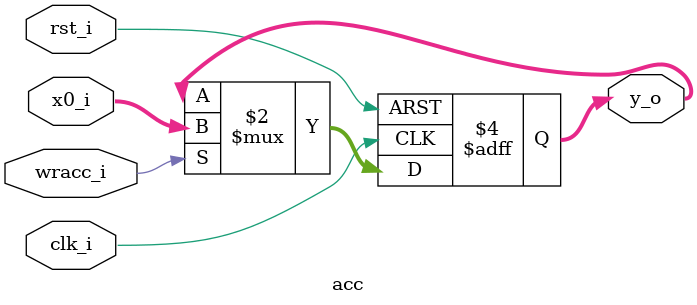
<source format=sv>
module acc (
    x0_i,
    wracc_i,
    clk_i,
    rst_i,
    y_o
);

    input logic [15:0] x0_i;
    input logic wracc_i, clk_i, rst_i;
    output logic [15:0] y_o;

    always_ff @(posedge clk_i or posedge rst_i) begin:acc_logic

        if (rst_i) begin:rst_logic
          y_o <= 0;
        end:rst_logic
        
        else if(wracc_i) begin:wracc_logic
            y_o <= x0_i;
        end:wracc_logic

    end:acc_logic

endmodule:acc
</source>
